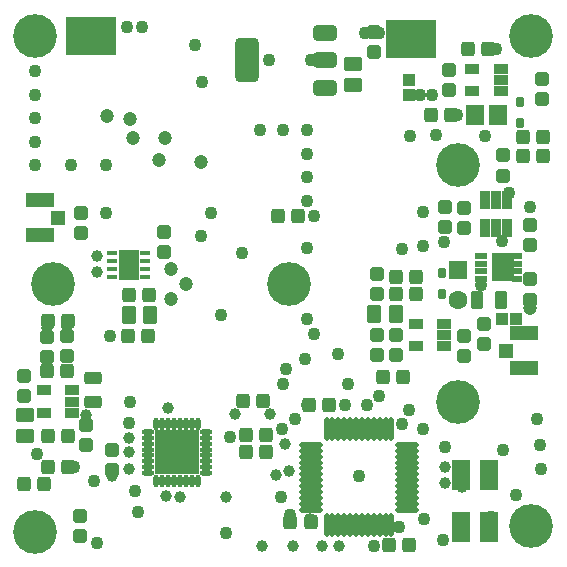
<source format=gts>
G04 Layer_Color=8388736*
%FSLAX44Y44*%
%MOMM*%
G71*
G01*
G75*
%ADD36R,1.0000X1.0000*%
%ADD38R,1.0000X1.0000*%
G04:AMPARAMS|DCode=64|XSize=1.2032mm|YSize=1.1032mm|CornerRadius=0.2141mm|HoleSize=0mm|Usage=FLASHONLY|Rotation=180.000|XOffset=0mm|YOffset=0mm|HoleType=Round|Shape=RoundedRectangle|*
%AMROUNDEDRECTD64*
21,1,1.2032,0.6750,0,0,180.0*
21,1,0.7750,1.1032,0,0,180.0*
1,1,0.4282,-0.3875,0.3375*
1,1,0.4282,0.3875,0.3375*
1,1,0.4282,0.3875,-0.3375*
1,1,0.4282,-0.3875,-0.3375*
%
%ADD64ROUNDEDRECTD64*%
G04:AMPARAMS|DCode=65|XSize=1.2032mm|YSize=1.1032mm|CornerRadius=0.2141mm|HoleSize=0mm|Usage=FLASHONLY|Rotation=270.000|XOffset=0mm|YOffset=0mm|HoleType=Round|Shape=RoundedRectangle|*
%AMROUNDEDRECTD65*
21,1,1.2032,0.6750,0,0,270.0*
21,1,0.7750,1.1032,0,0,270.0*
1,1,0.4282,-0.3375,-0.3875*
1,1,0.4282,-0.3375,0.3875*
1,1,0.4282,0.3375,0.3875*
1,1,0.4282,0.3375,-0.3875*
%
%ADD65ROUNDEDRECTD65*%
%ADD66R,3.8032X3.8032*%
%ADD67O,1.0532X0.4532*%
%ADD68O,0.4532X1.0532*%
G04:AMPARAMS|DCode=69|XSize=1.6032mm|YSize=1.2032mm|CornerRadius=0.2266mm|HoleSize=0mm|Usage=FLASHONLY|Rotation=90.000|XOffset=0mm|YOffset=0mm|HoleType=Round|Shape=RoundedRectangle|*
%AMROUNDEDRECTD69*
21,1,1.6032,0.7500,0,0,90.0*
21,1,1.1500,1.2032,0,0,90.0*
1,1,0.4532,0.3750,0.5750*
1,1,0.4532,0.3750,-0.5750*
1,1,0.4532,-0.3750,-0.5750*
1,1,0.4532,-0.3750,0.5750*
%
%ADD69ROUNDEDRECTD69*%
G04:AMPARAMS|DCode=70|XSize=1.6032mm|YSize=1.2032mm|CornerRadius=0.2266mm|HoleSize=0mm|Usage=FLASHONLY|Rotation=180.000|XOffset=0mm|YOffset=0mm|HoleType=Round|Shape=RoundedRectangle|*
%AMROUNDEDRECTD70*
21,1,1.6032,0.7500,0,0,180.0*
21,1,1.1500,1.2032,0,0,180.0*
1,1,0.4532,-0.5750,0.3750*
1,1,0.4532,0.5750,0.3750*
1,1,0.4532,0.5750,-0.3750*
1,1,0.4532,-0.5750,-0.3750*
%
%ADD70ROUNDEDRECTD70*%
G04:AMPARAMS|DCode=71|XSize=0.8532mm|YSize=0.7032mm|CornerRadius=0.1516mm|HoleSize=0mm|Usage=FLASHONLY|Rotation=90.000|XOffset=0mm|YOffset=0mm|HoleType=Round|Shape=RoundedRectangle|*
%AMROUNDEDRECTD71*
21,1,0.8532,0.4000,0,0,90.0*
21,1,0.5500,0.7032,0,0,90.0*
1,1,0.3032,0.2000,0.2750*
1,1,0.3032,0.2000,-0.2750*
1,1,0.3032,-0.2000,-0.2750*
1,1,0.3032,-0.2000,0.2750*
%
%ADD71ROUNDEDRECTD71*%
%ADD72O,0.5032X2.0032*%
%ADD73O,2.0032X0.5032*%
%ADD74R,1.3032X0.8532*%
G04:AMPARAMS|DCode=75|XSize=3.7032mm|YSize=1.9532mm|CornerRadius=0.3204mm|HoleSize=0mm|Usage=FLASHONLY|Rotation=90.000|XOffset=0mm|YOffset=0mm|HoleType=Round|Shape=RoundedRectangle|*
%AMROUNDEDRECTD75*
21,1,3.7032,1.3125,0,0,90.0*
21,1,3.0625,1.9532,0,0,90.0*
1,1,0.6407,0.6563,1.5313*
1,1,0.6407,0.6563,-1.5313*
1,1,0.6407,-0.6563,-1.5313*
1,1,0.6407,-0.6563,1.5313*
%
%ADD75ROUNDEDRECTD75*%
G04:AMPARAMS|DCode=76|XSize=1.3032mm|YSize=1.9532mm|CornerRadius=0.2391mm|HoleSize=0mm|Usage=FLASHONLY|Rotation=90.000|XOffset=0mm|YOffset=0mm|HoleType=Round|Shape=RoundedRectangle|*
%AMROUNDEDRECTD76*
21,1,1.3032,1.4750,0,0,90.0*
21,1,0.8250,1.9532,0,0,90.0*
1,1,0.4782,0.7375,0.4125*
1,1,0.4782,0.7375,-0.4125*
1,1,0.4782,-0.7375,-0.4125*
1,1,0.4782,-0.7375,0.4125*
%
%ADD76ROUNDEDRECTD76*%
G04:AMPARAMS|DCode=77|XSize=1.3032mm|YSize=1.9532mm|CornerRadius=0.2391mm|HoleSize=0mm|Usage=FLASHONLY|Rotation=90.000|XOffset=0mm|YOffset=0mm|HoleType=Round|Shape=RoundedRectangle|*
%AMROUNDEDRECTD77*
21,1,1.3032,1.4750,0,0,90.0*
21,1,0.8250,1.9532,0,0,90.0*
1,1,0.4782,0.7375,0.4125*
1,1,0.4782,0.7375,-0.4125*
1,1,0.4782,-0.7375,-0.4125*
1,1,0.4782,-0.7375,0.4125*
%
%ADD77ROUNDEDRECTD77*%
%ADD78R,0.9032X0.4532*%
%ADD79R,1.7032X2.5032*%
%ADD80R,1.2532X1.2032*%
%ADD81R,2.4032X1.2532*%
%ADD82R,1.5032X1.7032*%
%ADD83R,4.2032X3.2032*%
%ADD84R,1.0032X0.5432*%
%ADD85R,0.8532X0.5432*%
%ADD86R,1.9132X2.4932*%
G04:AMPARAMS|DCode=87|XSize=1.5032mm|YSize=1.0032mm|CornerRadius=0.2016mm|HoleSize=0mm|Usage=FLASHONLY|Rotation=180.000|XOffset=0mm|YOffset=0mm|HoleType=Round|Shape=RoundedRectangle|*
%AMROUNDEDRECTD87*
21,1,1.5032,0.6000,0,0,180.0*
21,1,1.1000,1.0032,0,0,180.0*
1,1,0.4032,-0.5500,0.3000*
1,1,0.4032,0.5500,0.3000*
1,1,0.4032,0.5500,-0.3000*
1,1,0.4032,-0.5500,-0.3000*
%
%ADD87ROUNDEDRECTD87*%
G04:AMPARAMS|DCode=88|XSize=1.5032mm|YSize=1.0032mm|CornerRadius=0.2016mm|HoleSize=0mm|Usage=FLASHONLY|Rotation=270.000|XOffset=0mm|YOffset=0mm|HoleType=Round|Shape=RoundedRectangle|*
%AMROUNDEDRECTD88*
21,1,1.5032,0.6000,0,0,270.0*
21,1,1.1000,1.0032,0,0,270.0*
1,1,0.4032,-0.3000,-0.5500*
1,1,0.4032,-0.3000,0.5500*
1,1,0.4032,0.3000,0.5500*
1,1,0.4032,0.3000,-0.5500*
%
%ADD88ROUNDEDRECTD88*%
%ADD89R,0.9032X1.5032*%
%ADD90R,1.5032X2.6032*%
%ADD91C,1.0032*%
%ADD92C,1.2032*%
%ADD93R,1.6032X1.6032*%
%ADD94C,1.6032*%
%ADD95C,3.7032*%
%ADD96C,1.1032*%
D36*
X346000Y-68000D02*
D03*
Y-80000D02*
D03*
D38*
X437000Y-270000D02*
D03*
X425000D02*
D03*
D64*
X95000Y-398000D02*
D03*
Y-381000D02*
D03*
X317000Y-27000D02*
D03*
Y-44000D02*
D03*
X139000Y-213000D02*
D03*
Y-196000D02*
D03*
X40000Y-285000D02*
D03*
Y-302000D02*
D03*
X57000Y-284000D02*
D03*
Y-301000D02*
D03*
X393000Y-193000D02*
D03*
Y-176000D02*
D03*
X449000Y-236500D02*
D03*
Y-253500D02*
D03*
X335000Y-300500D02*
D03*
Y-283500D02*
D03*
X380000Y-59000D02*
D03*
Y-76000D02*
D03*
X68000Y-436500D02*
D03*
Y-453500D02*
D03*
X377000Y-192500D02*
D03*
Y-175500D02*
D03*
X319000Y-283500D02*
D03*
Y-300500D02*
D03*
X459000Y-84000D02*
D03*
Y-67000D02*
D03*
X69000Y-180000D02*
D03*
Y-197000D02*
D03*
X20000Y-318000D02*
D03*
Y-335000D02*
D03*
X426000Y-131500D02*
D03*
Y-148500D02*
D03*
X73000Y-377000D02*
D03*
Y-360000D02*
D03*
X449000Y-207000D02*
D03*
Y-190000D02*
D03*
X410000Y-291000D02*
D03*
Y-274000D02*
D03*
X319000Y-249000D02*
D03*
Y-232000D02*
D03*
X393000Y-284500D02*
D03*
Y-301500D02*
D03*
D65*
X262000Y-343000D02*
D03*
X279000D02*
D03*
X346500Y-461000D02*
D03*
X329500D02*
D03*
X263000Y-442000D02*
D03*
X246000D02*
D03*
X208000Y-368000D02*
D03*
X225000D02*
D03*
X208000Y-383000D02*
D03*
X225000D02*
D03*
X252500Y-183000D02*
D03*
X235500D02*
D03*
X396000Y-41000D02*
D03*
X413000D02*
D03*
X126000Y-250000D02*
D03*
X109000D02*
D03*
X443000Y-116000D02*
D03*
X460000D02*
D03*
X58000Y-369000D02*
D03*
X41000D02*
D03*
X352000Y-249000D02*
D03*
X335000D02*
D03*
X125500Y-284000D02*
D03*
X108500D02*
D03*
X41000Y-395000D02*
D03*
X58000D02*
D03*
X365000Y-97000D02*
D03*
X382000D02*
D03*
X460000Y-132000D02*
D03*
X443000D02*
D03*
X57500Y-272000D02*
D03*
X40500D02*
D03*
X20500Y-410000D02*
D03*
X37500D02*
D03*
X57000Y-314000D02*
D03*
X40000D02*
D03*
X352000Y-234000D02*
D03*
X335000D02*
D03*
X206000Y-339000D02*
D03*
X223000D02*
D03*
X341000Y-319000D02*
D03*
X324000D02*
D03*
D66*
X150000Y-383000D02*
D03*
D67*
X125750Y-400500D02*
D03*
Y-395500D02*
D03*
Y-390500D02*
D03*
Y-385500D02*
D03*
Y-380500D02*
D03*
Y-375500D02*
D03*
Y-370500D02*
D03*
Y-365500D02*
D03*
X174250D02*
D03*
Y-370500D02*
D03*
Y-375500D02*
D03*
Y-380500D02*
D03*
Y-385500D02*
D03*
Y-390500D02*
D03*
Y-395500D02*
D03*
Y-400500D02*
D03*
D68*
X132500Y-358750D02*
D03*
X137500D02*
D03*
X142500D02*
D03*
X147500D02*
D03*
X152500D02*
D03*
X157500D02*
D03*
X162500D02*
D03*
X167500D02*
D03*
Y-407250D02*
D03*
X162500D02*
D03*
X157500D02*
D03*
X152500D02*
D03*
X147500D02*
D03*
X142500D02*
D03*
X137500D02*
D03*
X132500D02*
D03*
D69*
X127000Y-267000D02*
D03*
X109000D02*
D03*
X317000Y-266000D02*
D03*
X335000D02*
D03*
D70*
X299000Y-54000D02*
D03*
Y-72000D02*
D03*
X21000Y-369000D02*
D03*
Y-351000D02*
D03*
D71*
X440000Y-86000D02*
D03*
Y-104000D02*
D03*
X374000Y-249000D02*
D03*
Y-231000D02*
D03*
D72*
X331500Y-444500D02*
D03*
X326500D02*
D03*
X321500D02*
D03*
X316500D02*
D03*
X311500D02*
D03*
X306500D02*
D03*
X301500D02*
D03*
X296500D02*
D03*
X291500D02*
D03*
X286500D02*
D03*
X281500D02*
D03*
X276500D02*
D03*
Y-363500D02*
D03*
X281500D02*
D03*
X286500D02*
D03*
X291500D02*
D03*
X296500D02*
D03*
X301500D02*
D03*
X306500D02*
D03*
X311500D02*
D03*
X316500D02*
D03*
X321500D02*
D03*
X326500D02*
D03*
X331500D02*
D03*
D73*
X263500Y-431500D02*
D03*
Y-426500D02*
D03*
Y-421500D02*
D03*
Y-416500D02*
D03*
Y-411500D02*
D03*
Y-406500D02*
D03*
Y-401500D02*
D03*
Y-396500D02*
D03*
Y-391500D02*
D03*
Y-386500D02*
D03*
Y-381500D02*
D03*
Y-376500D02*
D03*
X344500D02*
D03*
Y-381500D02*
D03*
Y-386500D02*
D03*
Y-391500D02*
D03*
Y-396500D02*
D03*
Y-401500D02*
D03*
Y-406500D02*
D03*
Y-411500D02*
D03*
Y-416500D02*
D03*
Y-421500D02*
D03*
Y-426500D02*
D03*
Y-431500D02*
D03*
D74*
X400000Y-77000D02*
D03*
Y-58000D02*
D03*
X424000D02*
D03*
Y-67500D02*
D03*
Y-77000D02*
D03*
X37000Y-349500D02*
D03*
Y-330500D02*
D03*
X61000D02*
D03*
Y-340000D02*
D03*
Y-349500D02*
D03*
X352000Y-293000D02*
D03*
Y-274000D02*
D03*
X376000D02*
D03*
Y-283500D02*
D03*
Y-293000D02*
D03*
D75*
X209000Y-51000D02*
D03*
D76*
X275000Y-28000D02*
D03*
Y-51000D02*
D03*
D77*
Y-74000D02*
D03*
D78*
X122970Y-214500D02*
D03*
Y-221000D02*
D03*
Y-227500D02*
D03*
X123000Y-234000D02*
D03*
X94970Y-214500D02*
D03*
Y-221000D02*
D03*
Y-227500D02*
D03*
X95000Y-234000D02*
D03*
D79*
X109000Y-224000D02*
D03*
D80*
X49250Y-184250D02*
D03*
X428750Y-297000D02*
D03*
D81*
X34000Y-199000D02*
D03*
Y-169500D02*
D03*
X444000Y-282250D02*
D03*
Y-311750D02*
D03*
D82*
X421500Y-97000D02*
D03*
X402500D02*
D03*
D83*
X348000Y-33000D02*
D03*
X77000Y-30000D02*
D03*
D84*
X407000Y-216500D02*
D03*
Y-223000D02*
D03*
Y-229500D02*
D03*
Y-236000D02*
D03*
D85*
X437750Y-216500D02*
D03*
Y-223000D02*
D03*
Y-229500D02*
D03*
Y-236000D02*
D03*
D86*
X425955Y-226250D02*
D03*
D87*
X79000Y-340000D02*
D03*
Y-320000D02*
D03*
D88*
X424000Y-254000D02*
D03*
X404000D02*
D03*
D89*
X410500Y-193000D02*
D03*
X420000D02*
D03*
X429500D02*
D03*
Y-169000D02*
D03*
X420000D02*
D03*
X410500D02*
D03*
D90*
X390000Y-446001D02*
D03*
Y-402001D02*
D03*
X414000D02*
D03*
Y-446001D02*
D03*
D91*
X199000Y-350000D02*
D03*
X229000D02*
D03*
X191000Y-421000D02*
D03*
X391000Y-412000D02*
D03*
X82000Y-217000D02*
D03*
Y-230000D02*
D03*
X95000Y-403000D02*
D03*
X244500Y-398893D02*
D03*
X152500Y-420500D02*
D03*
X109000Y-397000D02*
D03*
X57000Y-277000D02*
D03*
X40000Y-278000D02*
D03*
X79000Y-340000D02*
D03*
X73000Y-377000D02*
D03*
X234000Y-402000D02*
D03*
X241000Y-376000D02*
D03*
X222000Y-462000D02*
D03*
X248000D02*
D03*
X286999Y-461999D02*
D03*
X273000Y-462000D02*
D03*
X262500Y-439000D02*
D03*
X377000Y-409000D02*
D03*
Y-395500D02*
D03*
X109000Y-382999D02*
D03*
X109000Y-371000D02*
D03*
X142500Y-345500D02*
D03*
X141000Y-420000D02*
D03*
X73000Y-350999D02*
D03*
D92*
X157700Y-240000D02*
D03*
X145000Y-227300D02*
D03*
Y-252700D02*
D03*
X110000Y-101000D02*
D03*
X113000Y-117000D02*
D03*
X135000Y-135000D02*
D03*
X91000Y-98000D02*
D03*
X140000Y-117000D02*
D03*
X170000Y-137000D02*
D03*
X109000Y-224000D02*
D03*
X335000Y-234000D02*
D03*
X335000Y-283500D02*
D03*
Y-266000D02*
D03*
X449000Y-261000D02*
D03*
X393000Y-284500D02*
D03*
X460000Y-132000D02*
D03*
D93*
X388000Y-228300D02*
D03*
D94*
Y-253700D02*
D03*
D95*
X45000Y-240000D02*
D03*
X245000D02*
D03*
X388000Y-340000D02*
D03*
Y-140000D02*
D03*
X450000Y-30000D02*
D03*
Y-445000D02*
D03*
X30000Y-450000D02*
D03*
Y-30000D02*
D03*
D96*
X114000Y-416000D02*
D03*
X109000Y-358000D02*
D03*
X110000Y-340000D02*
D03*
X90000Y-140000D02*
D03*
X60000D02*
D03*
X90000Y-180000D02*
D03*
X170000Y-200000D02*
D03*
X30000Y-140000D02*
D03*
Y-120000D02*
D03*
Y-100000D02*
D03*
Y-80000D02*
D03*
Y-60000D02*
D03*
X260000Y-170000D02*
D03*
Y-270000D02*
D03*
Y-210000D02*
D03*
Y-150000D02*
D03*
Y-130000D02*
D03*
X220000Y-110000D02*
D03*
X240000D02*
D03*
X260000D02*
D03*
X80000Y-407000D02*
D03*
X347000Y-115000D02*
D03*
X387000Y-97000D02*
D03*
X339999Y-358999D02*
D03*
X338000Y-446000D02*
D03*
X359000Y-439000D02*
D03*
X239000Y-363000D02*
D03*
X250000Y-355000D02*
D03*
X31000Y-384000D02*
D03*
X426000Y-381000D02*
D03*
X437000Y-419000D02*
D03*
X93000Y-284000D02*
D03*
X178500Y-180500D02*
D03*
X266000Y-283000D02*
D03*
X242000Y-312000D02*
D03*
X356000Y-80000D02*
D03*
X369000Y-114000D02*
D03*
X366000Y-80000D02*
D03*
X411000Y-115000D02*
D03*
X431000Y-163000D02*
D03*
X376000Y-205000D02*
D03*
X340000Y-211000D02*
D03*
X358000Y-208000D02*
D03*
X346000Y-80000D02*
D03*
X420000Y-41000D02*
D03*
X238000Y-421000D02*
D03*
X286000Y-300000D02*
D03*
X63000Y-395000D02*
D03*
X358000Y-179000D02*
D03*
X321000Y-335000D02*
D03*
X311000Y-343000D02*
D03*
X292000D02*
D03*
X258000Y-304000D02*
D03*
X240000Y-325000D02*
D03*
X205000Y-214000D02*
D03*
X266000Y-183000D02*
D03*
X246000Y-436000D02*
D03*
X191000Y-451000D02*
D03*
X316999Y-461999D02*
D03*
X82000Y-460000D02*
D03*
X346000Y-347000D02*
D03*
X304000Y-403000D02*
D03*
X260000Y-343000D02*
D03*
X455000Y-355000D02*
D03*
X358000Y-363000D02*
D03*
X377000Y-378000D02*
D03*
X457000Y-377000D02*
D03*
X458000Y-397000D02*
D03*
X374999Y-456999D02*
D03*
X416000Y-438000D02*
D03*
X263000Y-51000D02*
D03*
X228000D02*
D03*
X117000Y-433000D02*
D03*
X295000Y-325000D02*
D03*
X195000Y-370000D02*
D03*
X87000Y-23000D02*
D03*
X64000D02*
D03*
X162000Y-370000D02*
D03*
Y-394000D02*
D03*
X138000D02*
D03*
Y-371000D02*
D03*
X426000Y-148500D02*
D03*
X20000Y-410000D02*
D03*
Y-350000D02*
D03*
X187000Y-267000D02*
D03*
X171000Y-69000D02*
D03*
X321000Y-28000D02*
D03*
X120000Y-23000D02*
D03*
X309000Y-28000D02*
D03*
X108000Y-23000D02*
D03*
X165000Y-38000D02*
D03*
X460000Y-67000D02*
D03*
X449000Y-175000D02*
D03*
X377000D02*
D03*
X425000Y-204000D02*
D03*
X407000Y-241000D02*
D03*
M02*

</source>
